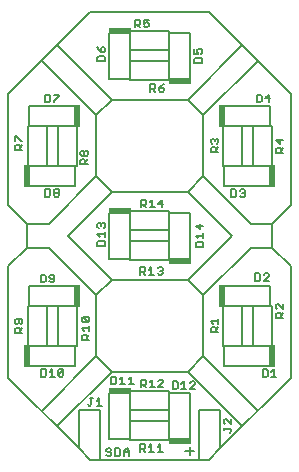
<source format=gto>
G75*
G70*
%OFA0B0*%
%FSLAX24Y24*%
%IPPOS*%
%LPD*%
%AMOC8*
5,1,8,0,0,1.08239X$1,22.5*
%
%ADD10C,0.0080*%
%ADD11R,0.0240X0.0760*%
%ADD12C,0.0070*%
%ADD13R,0.0760X0.0240*%
D10*
X011231Y005083D02*
X011601Y004713D01*
X011931Y004713D01*
X015231Y004713D01*
X015561Y004713D01*
X015931Y005083D01*
X018291Y007443D01*
X018291Y011153D01*
X017671Y011773D01*
X016951Y011773D01*
X015371Y010193D01*
X014851Y010713D01*
X016311Y012173D01*
X014851Y013633D01*
X015371Y014153D01*
X016951Y012573D01*
X017671Y012573D01*
X017671Y011773D01*
X017671Y012573D02*
X018291Y013193D01*
X018291Y016903D01*
X015561Y019633D01*
X011601Y019633D01*
X008871Y016903D01*
X008871Y013193D01*
X009491Y012573D01*
X010211Y012573D01*
X011791Y014153D01*
X012311Y013633D01*
X010851Y012173D01*
X012311Y010713D01*
X011791Y010193D01*
X010211Y011773D01*
X009491Y011773D01*
X009491Y012573D01*
X009491Y011773D02*
X008871Y011153D01*
X008871Y007443D01*
X011231Y005083D01*
X011231Y006373D01*
X011931Y006373D01*
X011931Y004713D01*
X012241Y005413D02*
X012241Y006933D01*
X012921Y006933D01*
X012921Y006353D01*
X012921Y005993D01*
X012921Y005413D01*
X012241Y005413D01*
X010501Y005823D02*
X012311Y007633D01*
X011791Y008153D01*
X009981Y006343D01*
X012311Y007633D02*
X014851Y007633D01*
X016661Y005823D01*
X017181Y006343D02*
X015371Y008153D01*
X014851Y007633D01*
X014921Y006933D02*
X014241Y006933D01*
X014241Y006353D01*
X014241Y005993D01*
X014241Y005413D01*
X014921Y005413D01*
X014921Y006933D01*
X015231Y006373D02*
X015231Y004713D01*
X015931Y005083D02*
X015931Y006373D01*
X015231Y006373D01*
X016071Y007833D02*
X016071Y008513D01*
X016651Y008513D01*
X017011Y008513D01*
X017591Y008513D01*
X017591Y007833D01*
X016071Y007833D01*
X015371Y008153D02*
X015371Y010193D01*
X014851Y010713D02*
X012311Y010713D01*
X011791Y010193D02*
X011791Y008153D01*
X011091Y007833D02*
X011091Y008513D01*
X010511Y008513D01*
X010151Y008513D01*
X009571Y008513D01*
X009571Y007833D01*
X011091Y007833D01*
X011091Y009833D02*
X010511Y009833D01*
X010151Y009833D01*
X009571Y009833D01*
X009571Y010513D01*
X011091Y010513D01*
X011091Y009833D01*
X012241Y011413D02*
X012241Y012933D01*
X012921Y012933D01*
X012921Y012353D01*
X012921Y011993D01*
X012921Y011413D01*
X012241Y011413D01*
X014241Y011413D02*
X014241Y011993D01*
X014241Y012353D01*
X014241Y012933D01*
X014921Y012933D01*
X014921Y011413D01*
X014241Y011413D01*
X016071Y010513D02*
X017591Y010513D01*
X017591Y009833D01*
X017011Y009833D01*
X016651Y009833D01*
X016071Y009833D01*
X016071Y010513D01*
X014851Y013633D02*
X012311Y013633D01*
X011091Y013833D02*
X009571Y013833D01*
X009571Y014513D01*
X010151Y014513D01*
X010511Y014513D01*
X011091Y014513D01*
X011091Y013833D01*
X011791Y014153D02*
X011791Y016193D01*
X009981Y018003D01*
X010501Y018523D02*
X012311Y016713D01*
X011791Y016193D01*
X011091Y016513D02*
X011091Y015833D01*
X010511Y015833D01*
X010151Y015833D01*
X009571Y015833D01*
X009571Y016513D01*
X011091Y016513D01*
X012311Y016713D02*
X014851Y016713D01*
X016661Y018523D01*
X017181Y018003D02*
X015371Y016193D01*
X014851Y016713D01*
X014921Y017413D02*
X014241Y017413D01*
X014241Y017993D01*
X014241Y018353D01*
X014241Y018933D01*
X014921Y018933D01*
X014921Y017413D01*
X016071Y016513D02*
X017591Y016513D01*
X017591Y015833D01*
X017011Y015833D01*
X016651Y015833D01*
X016071Y015833D01*
X016071Y016513D01*
X015371Y016193D02*
X015371Y014153D01*
X016071Y013833D02*
X016071Y014513D01*
X016651Y014513D01*
X017011Y014513D01*
X017591Y014513D01*
X017591Y013833D01*
X016071Y013833D01*
X012921Y017413D02*
X012241Y017413D01*
X012241Y018933D01*
X012921Y018933D01*
X012921Y018353D01*
X012921Y017993D01*
X012921Y017413D01*
D11*
X011171Y016173D03*
X015991Y016173D03*
X017671Y014173D03*
X009491Y014173D03*
X011171Y010173D03*
X015991Y010173D03*
X017671Y008173D03*
X009491Y008173D03*
D12*
X009511Y008513D02*
X010151Y008513D01*
X010151Y009833D01*
X009511Y009833D01*
X009511Y008513D01*
X009336Y008928D02*
X009086Y008928D01*
X009086Y009053D01*
X009127Y009095D01*
X009211Y009095D01*
X009253Y009053D01*
X009253Y008928D01*
X009253Y009011D02*
X009336Y009095D01*
X009294Y009222D02*
X009336Y009264D01*
X009336Y009348D01*
X009294Y009389D01*
X009127Y009389D01*
X009086Y009348D01*
X009086Y009264D01*
X009127Y009222D01*
X009169Y009222D01*
X009211Y009264D01*
X009211Y009389D01*
X010511Y009833D02*
X011151Y009833D01*
X011151Y008513D01*
X010511Y008513D01*
X010511Y009833D01*
X011326Y009418D02*
X011367Y009460D01*
X011534Y009293D01*
X011576Y009335D01*
X011576Y009418D01*
X011534Y009460D01*
X011367Y009460D01*
X011326Y009418D02*
X011326Y009335D01*
X011367Y009293D01*
X011534Y009293D01*
X011576Y009165D02*
X011576Y008999D01*
X011576Y009082D02*
X011326Y009082D01*
X011409Y008999D01*
X011367Y008871D02*
X011451Y008871D01*
X011493Y008829D01*
X011493Y008704D01*
X011576Y008704D02*
X011326Y008704D01*
X011326Y008829D01*
X011367Y008871D01*
X011493Y008787D02*
X011576Y008871D01*
X010666Y007728D02*
X010708Y007686D01*
X010541Y007520D01*
X010583Y007478D01*
X010666Y007478D01*
X010708Y007520D01*
X010708Y007686D01*
X010666Y007728D02*
X010583Y007728D01*
X010541Y007686D01*
X010541Y007520D01*
X010413Y007478D02*
X010247Y007478D01*
X010330Y007478D02*
X010330Y007728D01*
X010247Y007645D01*
X010119Y007686D02*
X010119Y007520D01*
X010077Y007478D01*
X009952Y007478D01*
X009952Y007728D01*
X010077Y007728D01*
X010119Y007686D01*
X012296Y007468D02*
X012296Y007218D01*
X012421Y007218D01*
X012463Y007260D01*
X012463Y007426D01*
X012421Y007468D01*
X012296Y007468D01*
X012591Y007385D02*
X012674Y007468D01*
X012674Y007218D01*
X012591Y007218D02*
X012757Y007218D01*
X012885Y007218D02*
X013052Y007218D01*
X012969Y007218D02*
X012969Y007468D01*
X012885Y007385D01*
X013286Y007368D02*
X013286Y007118D01*
X013286Y007201D02*
X013411Y007201D01*
X013453Y007243D01*
X013453Y007326D01*
X013411Y007368D01*
X013286Y007368D01*
X013369Y007201D02*
X013453Y007118D01*
X013581Y007118D02*
X013747Y007118D01*
X013664Y007118D02*
X013664Y007368D01*
X013581Y007285D01*
X013875Y007326D02*
X013917Y007368D01*
X014000Y007368D01*
X014042Y007326D01*
X014042Y007285D01*
X013875Y007118D01*
X014042Y007118D01*
X014241Y006993D02*
X014241Y006353D01*
X012921Y006353D01*
X012921Y006993D01*
X014241Y006993D01*
X014346Y007068D02*
X014471Y007068D01*
X014513Y007110D01*
X014513Y007276D01*
X014471Y007318D01*
X014346Y007318D01*
X014346Y007068D01*
X014641Y007068D02*
X014807Y007068D01*
X014724Y007068D02*
X014724Y007318D01*
X014641Y007235D01*
X014935Y007276D02*
X014977Y007318D01*
X015060Y007318D01*
X015102Y007276D01*
X015102Y007235D01*
X014935Y007068D01*
X015102Y007068D01*
X017346Y007468D02*
X017471Y007468D01*
X017513Y007510D01*
X017513Y007676D01*
X017471Y007718D01*
X017346Y007718D01*
X017346Y007468D01*
X017641Y007468D02*
X017807Y007468D01*
X017724Y007468D02*
X017724Y007718D01*
X017641Y007635D01*
X017651Y008513D02*
X017011Y008513D01*
X017011Y009833D01*
X017651Y009833D01*
X017651Y008513D01*
X016651Y008513D02*
X016011Y008513D01*
X016011Y009833D01*
X016651Y009833D01*
X016651Y008513D01*
X015876Y008949D02*
X015626Y008949D01*
X015626Y009074D01*
X015667Y009115D01*
X015751Y009115D01*
X015793Y009074D01*
X015793Y008949D01*
X015793Y009032D02*
X015876Y009115D01*
X015876Y009243D02*
X015876Y009410D01*
X015876Y009327D02*
X015626Y009327D01*
X015709Y009243D01*
X017786Y009428D02*
X017786Y009553D01*
X017827Y009595D01*
X017911Y009595D01*
X017953Y009553D01*
X017953Y009428D01*
X018036Y009428D02*
X017786Y009428D01*
X017953Y009511D02*
X018036Y009595D01*
X018036Y009722D02*
X017869Y009889D01*
X017827Y009889D01*
X017786Y009848D01*
X017786Y009764D01*
X017827Y009722D01*
X018036Y009722D02*
X018036Y009889D01*
X017557Y010668D02*
X017391Y010668D01*
X017557Y010835D01*
X017557Y010876D01*
X017516Y010918D01*
X017432Y010918D01*
X017391Y010876D01*
X017263Y010876D02*
X017221Y010918D01*
X017096Y010918D01*
X017096Y010668D01*
X017221Y010668D01*
X017263Y010710D01*
X017263Y010876D01*
X015376Y011794D02*
X015376Y011919D01*
X015334Y011961D01*
X015167Y011961D01*
X015126Y011919D01*
X015126Y011794D01*
X015376Y011794D01*
X015376Y012089D02*
X015376Y012255D01*
X015376Y012172D02*
X015126Y012172D01*
X015209Y012089D01*
X015251Y012383D02*
X015251Y012550D01*
X015376Y012508D02*
X015126Y012508D01*
X015251Y012383D01*
X014241Y012353D02*
X012921Y012353D01*
X012921Y012993D01*
X014241Y012993D01*
X014241Y012353D01*
X014241Y011993D02*
X012921Y011993D01*
X012921Y011353D01*
X014241Y011353D01*
X014241Y011993D01*
X013976Y011128D02*
X014018Y011086D01*
X014018Y011045D01*
X013976Y011003D01*
X014018Y010961D01*
X014018Y010920D01*
X013976Y010878D01*
X013893Y010878D01*
X013851Y010920D01*
X013935Y011003D02*
X013976Y011003D01*
X013976Y011128D02*
X013893Y011128D01*
X013851Y011086D01*
X013640Y011128D02*
X013640Y010878D01*
X013557Y010878D02*
X013723Y010878D01*
X013557Y011045D02*
X013640Y011128D01*
X013429Y011086D02*
X013429Y011003D01*
X013387Y010961D01*
X013262Y010961D01*
X013262Y010878D02*
X013262Y011128D01*
X013387Y011128D01*
X013429Y011086D01*
X013345Y010961D02*
X013429Y010878D01*
X012086Y011838D02*
X012086Y011963D01*
X012044Y012005D01*
X011877Y012005D01*
X011836Y011963D01*
X011836Y011838D01*
X012086Y011838D01*
X012086Y012132D02*
X012086Y012299D01*
X012086Y012216D02*
X011836Y012216D01*
X011919Y012132D01*
X011877Y012427D02*
X011836Y012469D01*
X011836Y012552D01*
X011877Y012594D01*
X011919Y012594D01*
X011961Y012552D01*
X012003Y012594D01*
X012044Y012594D01*
X012086Y012552D01*
X012086Y012469D01*
X012044Y012427D01*
X011961Y012511D02*
X011961Y012552D01*
X013286Y013118D02*
X013286Y013368D01*
X013411Y013368D01*
X013453Y013326D01*
X013453Y013243D01*
X013411Y013201D01*
X013286Y013201D01*
X013369Y013201D02*
X013453Y013118D01*
X013581Y013118D02*
X013747Y013118D01*
X013664Y013118D02*
X013664Y013368D01*
X013581Y013285D01*
X013875Y013243D02*
X014000Y013368D01*
X014000Y013118D01*
X014042Y013243D02*
X013875Y013243D01*
X016296Y013468D02*
X016421Y013468D01*
X016463Y013510D01*
X016463Y013676D01*
X016421Y013718D01*
X016296Y013718D01*
X016296Y013468D01*
X016591Y013510D02*
X016632Y013468D01*
X016716Y013468D01*
X016757Y013510D01*
X016757Y013551D01*
X016716Y013593D01*
X016674Y013593D01*
X016716Y013593D02*
X016757Y013635D01*
X016757Y013676D01*
X016716Y013718D01*
X016632Y013718D01*
X016591Y013676D01*
X016651Y014513D02*
X016011Y014513D01*
X016011Y015833D01*
X016651Y015833D01*
X016651Y014513D01*
X017011Y014513D02*
X017651Y014513D01*
X017651Y015833D01*
X017011Y015833D01*
X017011Y014513D01*
X017786Y014928D02*
X017786Y015053D01*
X017827Y015095D01*
X017911Y015095D01*
X017953Y015053D01*
X017953Y014928D01*
X018036Y014928D02*
X017786Y014928D01*
X017953Y015011D02*
X018036Y015095D01*
X017911Y015222D02*
X017911Y015389D01*
X018036Y015348D02*
X017786Y015348D01*
X017911Y015222D01*
X015876Y015285D02*
X015834Y015243D01*
X015876Y015285D02*
X015876Y015368D01*
X015834Y015410D01*
X015793Y015410D01*
X015751Y015368D01*
X015751Y015327D01*
X015751Y015368D02*
X015709Y015410D01*
X015667Y015410D01*
X015626Y015368D01*
X015626Y015285D01*
X015667Y015243D01*
X015667Y015115D02*
X015751Y015115D01*
X015793Y015074D01*
X015793Y014949D01*
X015793Y015032D02*
X015876Y015115D01*
X015876Y014949D02*
X015626Y014949D01*
X015626Y015074D01*
X015667Y015115D01*
X017147Y016628D02*
X017272Y016628D01*
X017313Y016670D01*
X017313Y016836D01*
X017272Y016878D01*
X017147Y016878D01*
X017147Y016628D01*
X017441Y016753D02*
X017608Y016753D01*
X017566Y016878D02*
X017441Y016753D01*
X017566Y016628D02*
X017566Y016878D01*
X015326Y017939D02*
X015326Y018064D01*
X015284Y018105D01*
X015117Y018105D01*
X015076Y018064D01*
X015076Y017939D01*
X015326Y017939D01*
X015284Y018233D02*
X015326Y018275D01*
X015326Y018358D01*
X015284Y018400D01*
X015201Y018400D01*
X015159Y018358D01*
X015159Y018317D01*
X015201Y018233D01*
X015076Y018233D01*
X015076Y018400D01*
X014241Y018353D02*
X012921Y018353D01*
X012921Y018993D01*
X014241Y018993D01*
X014241Y018353D01*
X014241Y017993D02*
X012921Y017993D01*
X012921Y017353D01*
X014241Y017353D01*
X014241Y017993D01*
X014068Y017228D02*
X013985Y017186D01*
X013901Y017103D01*
X014026Y017103D01*
X014068Y017061D01*
X014068Y017020D01*
X014026Y016978D01*
X013943Y016978D01*
X013901Y017020D01*
X013901Y017103D01*
X013773Y017103D02*
X013732Y017061D01*
X013607Y017061D01*
X013690Y017061D02*
X013773Y016978D01*
X013773Y017103D02*
X013773Y017186D01*
X013732Y017228D01*
X013607Y017228D01*
X013607Y016978D01*
X012086Y017988D02*
X012086Y018113D01*
X012044Y018155D01*
X011877Y018155D01*
X011836Y018113D01*
X011836Y017988D01*
X012086Y017988D01*
X012044Y018282D02*
X012086Y018324D01*
X012086Y018408D01*
X012044Y018449D01*
X012003Y018449D01*
X011961Y018408D01*
X011961Y018282D01*
X012044Y018282D01*
X011961Y018282D02*
X011877Y018366D01*
X011836Y018449D01*
X013086Y019118D02*
X013086Y019368D01*
X013211Y019368D01*
X013253Y019326D01*
X013253Y019243D01*
X013211Y019201D01*
X013086Y019201D01*
X013169Y019201D02*
X013253Y019118D01*
X013381Y019160D02*
X013422Y019118D01*
X013506Y019118D01*
X013547Y019160D01*
X013547Y019243D01*
X013506Y019285D01*
X013464Y019285D01*
X013381Y019243D01*
X013381Y019368D01*
X013547Y019368D01*
X010557Y016868D02*
X010391Y016868D01*
X010263Y016826D02*
X010221Y016868D01*
X010096Y016868D01*
X010096Y016618D01*
X010221Y016618D01*
X010263Y016660D01*
X010263Y016826D01*
X010391Y016660D02*
X010391Y016618D01*
X010391Y016660D02*
X010557Y016826D01*
X010557Y016868D01*
X010511Y015833D02*
X011151Y015833D01*
X011151Y014513D01*
X010511Y014513D01*
X010511Y015833D01*
X010151Y015833D02*
X010151Y014513D01*
X009511Y014513D01*
X009511Y015833D01*
X010151Y015833D01*
X009294Y015322D02*
X009127Y015489D01*
X009086Y015489D01*
X009086Y015322D01*
X009127Y015195D02*
X009211Y015195D01*
X009253Y015153D01*
X009253Y015028D01*
X009336Y015028D02*
X009086Y015028D01*
X009086Y015153D01*
X009127Y015195D01*
X009253Y015111D02*
X009336Y015195D01*
X009336Y015322D02*
X009294Y015322D01*
X011276Y014968D02*
X011276Y014885D01*
X011317Y014843D01*
X011359Y014843D01*
X011401Y014885D01*
X011401Y014968D01*
X011443Y015010D01*
X011484Y015010D01*
X011526Y014968D01*
X011526Y014885D01*
X011484Y014843D01*
X011443Y014843D01*
X011401Y014885D01*
X011401Y014968D02*
X011359Y015010D01*
X011317Y015010D01*
X011276Y014968D01*
X011317Y014715D02*
X011401Y014715D01*
X011443Y014674D01*
X011443Y014549D01*
X011443Y014632D02*
X011526Y014715D01*
X011526Y014549D02*
X011276Y014549D01*
X011276Y014674D01*
X011317Y014715D01*
X010516Y013728D02*
X010433Y013728D01*
X010391Y013686D01*
X010391Y013645D01*
X010433Y013603D01*
X010516Y013603D01*
X010558Y013561D01*
X010558Y013520D01*
X010516Y013478D01*
X010433Y013478D01*
X010391Y013520D01*
X010391Y013561D01*
X010433Y013603D01*
X010516Y013603D02*
X010558Y013645D01*
X010558Y013686D01*
X010516Y013728D01*
X010263Y013686D02*
X010222Y013728D01*
X010097Y013728D01*
X010097Y013478D01*
X010222Y013478D01*
X010263Y013520D01*
X010263Y013686D01*
X010282Y010868D02*
X010241Y010826D01*
X010241Y010785D01*
X010282Y010743D01*
X010407Y010743D01*
X010407Y010660D02*
X010407Y010826D01*
X010366Y010868D01*
X010282Y010868D01*
X010113Y010826D02*
X010071Y010868D01*
X009946Y010868D01*
X009946Y010618D01*
X010071Y010618D01*
X010113Y010660D01*
X010113Y010826D01*
X010241Y010660D02*
X010282Y010618D01*
X010366Y010618D01*
X010407Y010660D01*
X011599Y006758D02*
X011683Y006758D01*
X011641Y006758D02*
X011641Y006550D01*
X011599Y006508D01*
X011558Y006508D01*
X011516Y006550D01*
X011811Y006508D02*
X011977Y006508D01*
X011894Y006508D02*
X011894Y006758D01*
X011811Y006675D01*
X012921Y005993D02*
X014241Y005993D01*
X014241Y005353D01*
X012921Y005353D01*
X012921Y005993D01*
X013262Y005228D02*
X013387Y005228D01*
X013429Y005186D01*
X013429Y005103D01*
X013387Y005061D01*
X013262Y005061D01*
X013262Y004978D02*
X013262Y005228D01*
X013345Y005061D02*
X013429Y004978D01*
X013557Y004978D02*
X013723Y004978D01*
X013640Y004978D02*
X013640Y005228D01*
X013557Y005145D01*
X013851Y005145D02*
X013935Y005228D01*
X013935Y004978D01*
X014018Y004978D02*
X013851Y004978D01*
X014776Y004993D02*
X015063Y004993D01*
X014919Y005136D02*
X014919Y004850D01*
X016254Y005608D02*
X016296Y005650D01*
X016296Y005691D01*
X016254Y005733D01*
X016046Y005733D01*
X016046Y005691D02*
X016046Y005775D01*
X016087Y005902D02*
X016046Y005944D01*
X016046Y006028D01*
X016087Y006069D01*
X016129Y006069D01*
X016296Y005902D01*
X016296Y006069D01*
X012897Y005000D02*
X012897Y004833D01*
X012897Y004958D02*
X012730Y004958D01*
X012730Y005000D02*
X012730Y004833D01*
X012602Y004875D02*
X012602Y005041D01*
X012561Y005083D01*
X012436Y005083D01*
X012436Y004833D01*
X012561Y004833D01*
X012602Y004875D01*
X012730Y005000D02*
X012814Y005083D01*
X012897Y005000D01*
X012308Y005041D02*
X012266Y005083D01*
X012183Y005083D01*
X012141Y005041D01*
X012141Y005000D01*
X012183Y004958D01*
X012266Y004958D01*
X012308Y004916D01*
X012308Y004875D01*
X012266Y004833D01*
X012183Y004833D01*
X012141Y004875D01*
D13*
X014581Y005333D03*
X012581Y007013D03*
X014581Y011333D03*
X012581Y013013D03*
X014581Y017333D03*
X012581Y019013D03*
M02*

</source>
